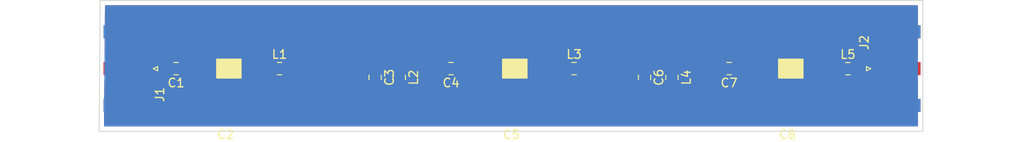
<source format=kicad_pcb>
(kicad_pcb (version 20171130) (host pcbnew "(6.0.0-rc1-dev-305-gf0b8b21)")

  (general
    (thickness 1.6)
    (drawings 4)
    (tracks 29)
    (zones 0)
    (modules 15)
    (nets 12)
  )

  (page A4)
  (layers
    (0 F.Cu signal)
    (31 B.Cu signal)
    (32 B.Adhes user)
    (33 F.Adhes user)
    (34 B.Paste user)
    (35 F.Paste user)
    (36 B.SilkS user)
    (37 F.SilkS user)
    (38 B.Mask user)
    (39 F.Mask user)
    (40 Dwgs.User user)
    (41 Cmts.User user)
    (42 Eco1.User user)
    (43 Eco2.User user)
    (44 Edge.Cuts user)
    (45 Margin user)
    (46 B.CrtYd user)
    (47 F.CrtYd user)
    (48 B.Fab user)
    (49 F.Fab user)
  )

  (setup
    (last_trace_width 0.25)
    (trace_clearance 0.2)
    (zone_clearance 0.508)
    (zone_45_only no)
    (trace_min 0.2)
    (via_size 0.8)
    (via_drill 0.4)
    (via_min_size 0.4)
    (via_min_drill 0.3)
    (uvia_size 0.3)
    (uvia_drill 0.1)
    (uvias_allowed no)
    (uvia_min_size 0.2)
    (uvia_min_drill 0.1)
    (edge_width 0.1)
    (segment_width 0.2)
    (pcb_text_width 0.3)
    (pcb_text_size 1.5 1.5)
    (mod_edge_width 0.15)
    (mod_text_size 1 1)
    (mod_text_width 0.15)
    (pad_size 1.651 1.651)
    (pad_drill 0)
    (pad_to_mask_clearance 0)
    (aux_axis_origin 0 0)
    (visible_elements FFFFFF7F)
    (pcbplotparams
      (layerselection 0x01000_7fffffff)
      (usegerberextensions false)
      (usegerberattributes false)
      (usegerberadvancedattributes false)
      (creategerberjobfile false)
      (excludeedgelayer true)
      (linewidth 0.100000)
      (plotframeref false)
      (viasonmask false)
      (mode 1)
      (useauxorigin false)
      (hpglpennumber 1)
      (hpglpenspeed 20)
      (hpglpendiameter 15.000000)
      (psnegative false)
      (psa4output false)
      (plotreference true)
      (plotvalue true)
      (plotinvisibletext false)
      (padsonsilk false)
      (subtractmaskfromsilk false)
      (outputformat 1)
      (mirror false)
      (drillshape 0)
      (scaleselection 1)
      (outputdirectory "../../../../../../../../../Volumes/REDUSB/Conner Hannon/29.4 MHz Bandpass Filter/5th Order Chev./"))
  )

  (net 0 "")
  (net 1 "Net-(C1-Pad1)")
  (net 2 "Net-(C1-Pad2)")
  (net 3 "Net-(C2-Pad2)")
  (net 4 "Net-(C3-Pad1)")
  (net 5 GND)
  (net 6 "Net-(C4-Pad1)")
  (net 7 "Net-(C5-Pad2)")
  (net 8 "Net-(C6-Pad1)")
  (net 9 "Net-(C7-Pad1)")
  (net 10 "Net-(C8-Pad2)")
  (net 11 "Net-(J2-Pad1)")

  (net_class Default "This is the default net class."
    (clearance 0.2)
    (trace_width 0.25)
    (via_dia 0.8)
    (via_drill 0.4)
    (uvia_dia 0.3)
    (uvia_drill 0.1)
    (add_net GND)
    (add_net "Net-(C1-Pad1)")
    (add_net "Net-(C1-Pad2)")
    (add_net "Net-(C2-Pad2)")
    (add_net "Net-(C3-Pad1)")
    (add_net "Net-(C4-Pad1)")
    (add_net "Net-(C5-Pad2)")
    (add_net "Net-(C6-Pad1)")
    (add_net "Net-(C7-Pad1)")
    (add_net "Net-(C8-Pad2)")
    (add_net "Net-(J2-Pad1)")
  )

  (module Capacitor_SMD:C_0805_2012Metric_Pad1.15x1.40mm_HandSolder (layer F.Cu) (tedit 5B36C52B) (tstamp 5E1F5441)
    (at 113.792 62.23 180)
    (descr "Capacitor SMD 0805 (2012 Metric), square (rectangular) end terminal, IPC_7351 nominal with elongated pad for handsoldering. (Body size source: https://docs.google.com/spreadsheets/d/1BsfQQcO9C6DZCsRaXUlFlo91Tg2WpOkGARC1WS5S8t0/edit?usp=sharing), generated with kicad-footprint-generator")
    (tags "capacitor handsolder")
    (path /5E1F47C9)
    (attr smd)
    (fp_text reference C1 (at 0 -1.65 180) (layer F.SilkS)
      (effects (font (size 1 1) (thickness 0.15)))
    )
    (fp_text value 3.6pF (at 0 1.65 180) (layer F.Fab)
      (effects (font (size 1 1) (thickness 0.15)))
    )
    (fp_line (start -1 0.6) (end -1 -0.6) (layer F.Fab) (width 0.1))
    (fp_line (start -1 -0.6) (end 1 -0.6) (layer F.Fab) (width 0.1))
    (fp_line (start 1 -0.6) (end 1 0.6) (layer F.Fab) (width 0.1))
    (fp_line (start 1 0.6) (end -1 0.6) (layer F.Fab) (width 0.1))
    (fp_line (start -0.261252 -0.71) (end 0.261252 -0.71) (layer F.SilkS) (width 0.12))
    (fp_line (start -0.261252 0.71) (end 0.261252 0.71) (layer F.SilkS) (width 0.12))
    (fp_line (start -1.85 0.95) (end -1.85 -0.95) (layer F.CrtYd) (width 0.05))
    (fp_line (start -1.85 -0.95) (end 1.85 -0.95) (layer F.CrtYd) (width 0.05))
    (fp_line (start 1.85 -0.95) (end 1.85 0.95) (layer F.CrtYd) (width 0.05))
    (fp_line (start 1.85 0.95) (end -1.85 0.95) (layer F.CrtYd) (width 0.05))
    (fp_text user %R (at 0 0 180) (layer F.Fab)
      (effects (font (size 0.5 0.5) (thickness 0.08)))
    )
    (pad 1 smd roundrect (at -1.025 0 180) (size 1.15 1.4) (layers F.Cu F.Paste F.Mask) (roundrect_rratio 0.217391)
      (net 1 "Net-(C1-Pad1)"))
    (pad 2 smd roundrect (at 1.025 0 180) (size 1.15 1.4) (layers F.Cu F.Paste F.Mask) (roundrect_rratio 0.217391)
      (net 2 "Net-(C1-Pad2)"))
    (model ${KISYS3DMOD}/Capacitor_SMD.3dshapes/C_0805_2012Metric.wrl
      (at (xyz 0 0 0))
      (scale (xyz 1 1 1))
      (rotate (xyz 0 0 0))
    )
  )

  (module "Connector_PinHeader_2.54mm:Variable Capacitor" (layer F.Cu) (tedit 5E1FEEC5) (tstamp 5E1F5448)
    (at 119.507 62.23)
    (path /5E1F4DB7)
    (fp_text reference C2 (at 0 7.62) (layer F.SilkS)
      (effects (font (size 1 1) (thickness 0.15)))
    )
    (fp_text value C_Variable (at 0 5.08) (layer F.Fab)
      (effects (font (size 1 1) (thickness 0.15)))
    )
    (fp_poly (pts (xy -1.016 -1.0795) (xy -1.016 1.0795) (xy 1.778 1.0795) (xy 1.778 -1.0795)) (layer F.SilkS) (width 0.15))
    (pad 1 smd rect (at -2.032 0) (size 1.651 1.651) (layers F.Cu F.Paste F.Mask)
      (net 1 "Net-(C1-Pad1)"))
    (pad 2 smd rect (at 2.794 0) (size 1.651 1.651) (layers F.Cu F.Paste F.Mask)
      (net 3 "Net-(C2-Pad2)"))
  )

  (module Capacitor_SMD:C_0805_2012Metric_Pad1.15x1.40mm_HandSolder (layer F.Cu) (tedit 5B36C52B) (tstamp 5E1F5459)
    (at 136.779 63.246 270)
    (descr "Capacitor SMD 0805 (2012 Metric), square (rectangular) end terminal, IPC_7351 nominal with elongated pad for handsoldering. (Body size source: https://docs.google.com/spreadsheets/d/1BsfQQcO9C6DZCsRaXUlFlo91Tg2WpOkGARC1WS5S8t0/edit?usp=sharing), generated with kicad-footprint-generator")
    (tags "capacitor handsolder")
    (path /5E1F4371)
    (attr smd)
    (fp_text reference C3 (at 0 -1.65 270) (layer F.SilkS)
      (effects (font (size 1 1) (thickness 0.15)))
    )
    (fp_text value 2.4pF (at 0 1.65 270) (layer F.Fab)
      (effects (font (size 1 1) (thickness 0.15)))
    )
    (fp_line (start -1 0.6) (end -1 -0.6) (layer F.Fab) (width 0.1))
    (fp_line (start -1 -0.6) (end 1 -0.6) (layer F.Fab) (width 0.1))
    (fp_line (start 1 -0.6) (end 1 0.6) (layer F.Fab) (width 0.1))
    (fp_line (start 1 0.6) (end -1 0.6) (layer F.Fab) (width 0.1))
    (fp_line (start -0.261252 -0.71) (end 0.261252 -0.71) (layer F.SilkS) (width 0.12))
    (fp_line (start -0.261252 0.71) (end 0.261252 0.71) (layer F.SilkS) (width 0.12))
    (fp_line (start -1.85 0.95) (end -1.85 -0.95) (layer F.CrtYd) (width 0.05))
    (fp_line (start -1.85 -0.95) (end 1.85 -0.95) (layer F.CrtYd) (width 0.05))
    (fp_line (start 1.85 -0.95) (end 1.85 0.95) (layer F.CrtYd) (width 0.05))
    (fp_line (start 1.85 0.95) (end -1.85 0.95) (layer F.CrtYd) (width 0.05))
    (fp_text user %R (at 0 0 270) (layer F.Fab)
      (effects (font (size 0.5 0.5) (thickness 0.08)))
    )
    (pad 1 smd roundrect (at -1.025 0 270) (size 1.15 1.4) (layers F.Cu F.Paste F.Mask) (roundrect_rratio 0.217391)
      (net 4 "Net-(C3-Pad1)"))
    (pad 2 smd roundrect (at 1.025 0 270) (size 1.15 1.4) (layers F.Cu F.Paste F.Mask) (roundrect_rratio 0.217391)
      (net 5 GND))
    (model ${KISYS3DMOD}/Capacitor_SMD.3dshapes/C_0805_2012Metric.wrl
      (at (xyz 0 0 0))
      (scale (xyz 1 1 1))
      (rotate (xyz 0 0 0))
    )
  )

  (module Capacitor_SMD:C_0805_2012Metric_Pad1.15x1.40mm_HandSolder (layer F.Cu) (tedit 5B36C52B) (tstamp 5E1F546A)
    (at 145.551 62.23 180)
    (descr "Capacitor SMD 0805 (2012 Metric), square (rectangular) end terminal, IPC_7351 nominal with elongated pad for handsoldering. (Body size source: https://docs.google.com/spreadsheets/d/1BsfQQcO9C6DZCsRaXUlFlo91Tg2WpOkGARC1WS5S8t0/edit?usp=sharing), generated with kicad-footprint-generator")
    (tags "capacitor handsolder")
    (path /5E1F485C)
    (attr smd)
    (fp_text reference C4 (at 0 -1.65 180) (layer F.SilkS)
      (effects (font (size 1 1) (thickness 0.15)))
    )
    (fp_text value 2.4pF (at 0 1.65 180) (layer F.Fab)
      (effects (font (size 1 1) (thickness 0.15)))
    )
    (fp_text user %R (at 0 0 180) (layer F.Fab)
      (effects (font (size 0.5 0.5) (thickness 0.08)))
    )
    (fp_line (start 1.85 0.95) (end -1.85 0.95) (layer F.CrtYd) (width 0.05))
    (fp_line (start 1.85 -0.95) (end 1.85 0.95) (layer F.CrtYd) (width 0.05))
    (fp_line (start -1.85 -0.95) (end 1.85 -0.95) (layer F.CrtYd) (width 0.05))
    (fp_line (start -1.85 0.95) (end -1.85 -0.95) (layer F.CrtYd) (width 0.05))
    (fp_line (start -0.261252 0.71) (end 0.261252 0.71) (layer F.SilkS) (width 0.12))
    (fp_line (start -0.261252 -0.71) (end 0.261252 -0.71) (layer F.SilkS) (width 0.12))
    (fp_line (start 1 0.6) (end -1 0.6) (layer F.Fab) (width 0.1))
    (fp_line (start 1 -0.6) (end 1 0.6) (layer F.Fab) (width 0.1))
    (fp_line (start -1 -0.6) (end 1 -0.6) (layer F.Fab) (width 0.1))
    (fp_line (start -1 0.6) (end -1 -0.6) (layer F.Fab) (width 0.1))
    (pad 2 smd roundrect (at 1.025 0 180) (size 1.15 1.4) (layers F.Cu F.Paste F.Mask) (roundrect_rratio 0.217391)
      (net 4 "Net-(C3-Pad1)"))
    (pad 1 smd roundrect (at -1.025 0 180) (size 1.15 1.4) (layers F.Cu F.Paste F.Mask) (roundrect_rratio 0.217391)
      (net 6 "Net-(C4-Pad1)"))
    (model ${KISYS3DMOD}/Capacitor_SMD.3dshapes/C_0805_2012Metric.wrl
      (at (xyz 0 0 0))
      (scale (xyz 1 1 1))
      (rotate (xyz 0 0 0))
    )
  )

  (module "Connector_PinHeader_2.54mm:Variable Capacitor" (layer F.Cu) (tedit 5E1FEEE0) (tstamp 5E1F5471)
    (at 152.527 62.23)
    (path /5E1F4E44)
    (fp_text reference C5 (at 0 7.62) (layer F.SilkS)
      (effects (font (size 1 1) (thickness 0.15)))
    )
    (fp_text value C_Variable (at 0 5.08) (layer F.Fab)
      (effects (font (size 1 1) (thickness 0.15)))
    )
    (fp_poly (pts (xy -1.016 -1.0795) (xy -1.016 1.0795) (xy 1.778 1.0795) (xy 1.778 -1.0795)) (layer F.SilkS) (width 0.15))
    (pad 2 smd rect (at 2.794 0) (size 1.651 1.651) (layers F.Cu F.Paste F.Mask)
      (net 7 "Net-(C5-Pad2)"))
    (pad 1 smd rect (at -2.032 0) (size 1.651 1.651) (layers F.Cu F.Paste F.Mask)
      (net 6 "Net-(C4-Pad1)"))
  )

  (module Capacitor_SMD:C_0805_2012Metric_Pad1.15x1.40mm_HandSolder (layer F.Cu) (tedit 5B36C52B) (tstamp 5E1F5482)
    (at 167.894 63.237 270)
    (descr "Capacitor SMD 0805 (2012 Metric), square (rectangular) end terminal, IPC_7351 nominal with elongated pad for handsoldering. (Body size source: https://docs.google.com/spreadsheets/d/1BsfQQcO9C6DZCsRaXUlFlo91Tg2WpOkGARC1WS5S8t0/edit?usp=sharing), generated with kicad-footprint-generator")
    (tags "capacitor handsolder")
    (path /5E1F4416)
    (attr smd)
    (fp_text reference C6 (at 0 -1.65 270) (layer F.SilkS)
      (effects (font (size 1 1) (thickness 0.15)))
    )
    (fp_text value 1.8nH (at 0 1.65 270) (layer F.Fab)
      (effects (font (size 1 1) (thickness 0.15)))
    )
    (fp_text user %R (at 0 0 270) (layer F.Fab)
      (effects (font (size 0.5 0.5) (thickness 0.08)))
    )
    (fp_line (start 1.85 0.95) (end -1.85 0.95) (layer F.CrtYd) (width 0.05))
    (fp_line (start 1.85 -0.95) (end 1.85 0.95) (layer F.CrtYd) (width 0.05))
    (fp_line (start -1.85 -0.95) (end 1.85 -0.95) (layer F.CrtYd) (width 0.05))
    (fp_line (start -1.85 0.95) (end -1.85 -0.95) (layer F.CrtYd) (width 0.05))
    (fp_line (start -0.261252 0.71) (end 0.261252 0.71) (layer F.SilkS) (width 0.12))
    (fp_line (start -0.261252 -0.71) (end 0.261252 -0.71) (layer F.SilkS) (width 0.12))
    (fp_line (start 1 0.6) (end -1 0.6) (layer F.Fab) (width 0.1))
    (fp_line (start 1 -0.6) (end 1 0.6) (layer F.Fab) (width 0.1))
    (fp_line (start -1 -0.6) (end 1 -0.6) (layer F.Fab) (width 0.1))
    (fp_line (start -1 0.6) (end -1 -0.6) (layer F.Fab) (width 0.1))
    (pad 2 smd roundrect (at 1.025 0 270) (size 1.15 1.4) (layers F.Cu F.Paste F.Mask) (roundrect_rratio 0.217391)
      (net 5 GND))
    (pad 1 smd roundrect (at -1.025 0 270) (size 1.15 1.4) (layers F.Cu F.Paste F.Mask) (roundrect_rratio 0.217391)
      (net 8 "Net-(C6-Pad1)"))
    (model ${KISYS3DMOD}/Capacitor_SMD.3dshapes/C_0805_2012Metric.wrl
      (at (xyz 0 0 0))
      (scale (xyz 1 1 1))
      (rotate (xyz 0 0 0))
    )
  )

  (module Capacitor_SMD:C_0805_2012Metric_Pad1.15x1.40mm_HandSolder (layer F.Cu) (tedit 5B36C52B) (tstamp 5E1F5493)
    (at 177.664 62.23 180)
    (descr "Capacitor SMD 0805 (2012 Metric), square (rectangular) end terminal, IPC_7351 nominal with elongated pad for handsoldering. (Body size source: https://docs.google.com/spreadsheets/d/1BsfQQcO9C6DZCsRaXUlFlo91Tg2WpOkGARC1WS5S8t0/edit?usp=sharing), generated with kicad-footprint-generator")
    (tags "capacitor handsolder")
    (path /5E1F48CA)
    (attr smd)
    (fp_text reference C7 (at 0 -1.65 180) (layer F.SilkS)
      (effects (font (size 1 1) (thickness 0.15)))
    )
    (fp_text value 3.6pF (at 0 1.65 180) (layer F.Fab)
      (effects (font (size 1 1) (thickness 0.15)))
    )
    (fp_line (start -1 0.6) (end -1 -0.6) (layer F.Fab) (width 0.1))
    (fp_line (start -1 -0.6) (end 1 -0.6) (layer F.Fab) (width 0.1))
    (fp_line (start 1 -0.6) (end 1 0.6) (layer F.Fab) (width 0.1))
    (fp_line (start 1 0.6) (end -1 0.6) (layer F.Fab) (width 0.1))
    (fp_line (start -0.261252 -0.71) (end 0.261252 -0.71) (layer F.SilkS) (width 0.12))
    (fp_line (start -0.261252 0.71) (end 0.261252 0.71) (layer F.SilkS) (width 0.12))
    (fp_line (start -1.85 0.95) (end -1.85 -0.95) (layer F.CrtYd) (width 0.05))
    (fp_line (start -1.85 -0.95) (end 1.85 -0.95) (layer F.CrtYd) (width 0.05))
    (fp_line (start 1.85 -0.95) (end 1.85 0.95) (layer F.CrtYd) (width 0.05))
    (fp_line (start 1.85 0.95) (end -1.85 0.95) (layer F.CrtYd) (width 0.05))
    (fp_text user %R (at 0 0 180) (layer F.Fab)
      (effects (font (size 0.5 0.5) (thickness 0.08)))
    )
    (pad 1 smd roundrect (at -1.025 0 180) (size 1.15 1.4) (layers F.Cu F.Paste F.Mask) (roundrect_rratio 0.217391)
      (net 9 "Net-(C7-Pad1)"))
    (pad 2 smd roundrect (at 1.025 0 180) (size 1.15 1.4) (layers F.Cu F.Paste F.Mask) (roundrect_rratio 0.217391)
      (net 8 "Net-(C6-Pad1)"))
    (model ${KISYS3DMOD}/Capacitor_SMD.3dshapes/C_0805_2012Metric.wrl
      (at (xyz 0 0 0))
      (scale (xyz 1 1 1))
      (rotate (xyz 0 0 0))
    )
  )

  (module "Connector_PinHeader_2.54mm:Variable Capacitor" (layer F.Cu) (tedit 5E1FEF0D) (tstamp 5E1F549A)
    (at 184.404 62.23)
    (path /5E1F4EB0)
    (fp_text reference C8 (at 0 7.62) (layer F.SilkS)
      (effects (font (size 1 1) (thickness 0.15)))
    )
    (fp_text value C_Variable (at 0 5.08) (layer F.Fab)
      (effects (font (size 1 1) (thickness 0.15)))
    )
    (fp_poly (pts (xy -1.016 -1.0795) (xy -1.016 1.0795) (xy 1.778 1.0795) (xy 1.778 -1.0795)) (layer F.SilkS) (width 0.15))
    (pad 1 smd rect (at -2.032 0) (size 1.651 1.651) (layers F.Cu F.Paste F.Mask)
      (net 9 "Net-(C7-Pad1)"))
    (pad 2 smd rect (at 2.794 0) (size 1.651 1.651) (layers F.Cu F.Paste F.Mask)
      (net 10 "Net-(C8-Pad2)"))
  )

  (module Connector_Coaxial:SMA_Amphenol_132289_EdgeMount (layer F.Cu) (tedit 5A1C1810) (tstamp 5E1F54BD)
    (at 107.95 62.23 180)
    (descr http://www.amphenolrf.com/132289.html)
    (tags SMA)
    (path /5E1F4A5C)
    (attr smd)
    (fp_text reference J1 (at -3.96 -3 270) (layer F.SilkS)
      (effects (font (size 1 1) (thickness 0.15)))
    )
    (fp_text value Conn_Coaxial (at 5 6 180) (layer F.Fab)
      (effects (font (size 1 1) (thickness 0.15)))
    )
    (fp_line (start -1.91 5.08) (end 4.445 5.08) (layer F.Fab) (width 0.1))
    (fp_line (start -1.91 3.81) (end -1.91 5.08) (layer F.Fab) (width 0.1))
    (fp_line (start 2.54 3.81) (end -1.91 3.81) (layer F.Fab) (width 0.1))
    (fp_line (start 2.54 -3.81) (end 2.54 3.81) (layer F.Fab) (width 0.1))
    (fp_line (start -1.91 -3.81) (end 2.54 -3.81) (layer F.Fab) (width 0.1))
    (fp_line (start -1.91 -5.08) (end -1.91 -3.81) (layer F.Fab) (width 0.1))
    (fp_line (start -1.91 -5.08) (end 4.445 -5.08) (layer F.Fab) (width 0.1))
    (fp_line (start 4.445 -3.81) (end 4.445 -5.08) (layer F.Fab) (width 0.1))
    (fp_line (start 4.445 5.08) (end 4.445 3.81) (layer F.Fab) (width 0.1))
    (fp_line (start 13.97 3.81) (end 4.445 3.81) (layer F.Fab) (width 0.1))
    (fp_line (start 13.97 -3.81) (end 13.97 3.81) (layer F.Fab) (width 0.1))
    (fp_line (start 4.445 -3.81) (end 13.97 -3.81) (layer F.Fab) (width 0.1))
    (fp_line (start -3.04 5.58) (end -3.04 -5.58) (layer B.CrtYd) (width 0.05))
    (fp_line (start 14.47 5.58) (end -3.04 5.58) (layer B.CrtYd) (width 0.05))
    (fp_line (start 14.47 -5.58) (end 14.47 5.58) (layer B.CrtYd) (width 0.05))
    (fp_line (start 14.47 -5.58) (end -3.04 -5.58) (layer B.CrtYd) (width 0.05))
    (fp_line (start -3.04 5.58) (end -3.04 -5.58) (layer F.CrtYd) (width 0.05))
    (fp_line (start 14.47 5.58) (end -3.04 5.58) (layer F.CrtYd) (width 0.05))
    (fp_line (start 14.47 -5.58) (end 14.47 5.58) (layer F.CrtYd) (width 0.05))
    (fp_line (start 14.47 -5.58) (end -3.04 -5.58) (layer F.CrtYd) (width 0.05))
    (fp_text user %R (at 4.79 0 90) (layer F.Fab)
      (effects (font (size 1 1) (thickness 0.15)))
    )
    (fp_line (start 2.54 -0.75) (end 3.54 0) (layer F.Fab) (width 0.1))
    (fp_line (start 3.54 0) (end 2.54 0.75) (layer F.Fab) (width 0.1))
    (fp_line (start -3.21 0) (end -3.71 -0.25) (layer F.SilkS) (width 0.12))
    (fp_line (start -3.71 -0.25) (end -3.71 0.25) (layer F.SilkS) (width 0.12))
    (fp_line (start -3.71 0.25) (end -3.21 0) (layer F.SilkS) (width 0.12))
    (pad 1 smd rect (at 0 0 270) (size 1.5 5.08) (layers F.Cu F.Paste F.Mask)
      (net 2 "Net-(C1-Pad2)"))
    (pad 2 smd rect (at 0 -4.25 270) (size 1.5 5.08) (layers F.Cu F.Paste F.Mask)
      (net 5 GND))
    (pad 2 smd rect (at 0 4.25 270) (size 1.5 5.08) (layers F.Cu F.Paste F.Mask)
      (net 5 GND))
    (pad 2 smd rect (at 0 -4.25 270) (size 1.5 5.08) (layers B.Cu B.Paste B.Mask)
      (net 5 GND))
    (pad 2 smd rect (at 0 4.25 270) (size 1.5 5.08) (layers B.Cu B.Paste B.Mask)
      (net 5 GND))
    (model ${KISYS3DMOD}/Connector_Coaxial.3dshapes/SMA_Amphenol_132289_EdgeMount.wrl
      (at (xyz 0 0 0))
      (scale (xyz 1 1 1))
      (rotate (xyz 0 0 0))
    )
  )

  (module Connector_Coaxial:SMA_Amphenol_132289_EdgeMount (layer F.Cu) (tedit 5A1C1810) (tstamp 5E1F54E0)
    (at 197.231 62.23)
    (descr http://www.amphenolrf.com/132289.html)
    (tags SMA)
    (path /5E1F495A)
    (attr smd)
    (fp_text reference J2 (at -3.96 -3 90) (layer F.SilkS)
      (effects (font (size 1 1) (thickness 0.15)))
    )
    (fp_text value Conn_Coaxial (at 5 6) (layer F.Fab)
      (effects (font (size 1 1) (thickness 0.15)))
    )
    (fp_line (start -3.71 0.25) (end -3.21 0) (layer F.SilkS) (width 0.12))
    (fp_line (start -3.71 -0.25) (end -3.71 0.25) (layer F.SilkS) (width 0.12))
    (fp_line (start -3.21 0) (end -3.71 -0.25) (layer F.SilkS) (width 0.12))
    (fp_line (start 3.54 0) (end 2.54 0.75) (layer F.Fab) (width 0.1))
    (fp_line (start 2.54 -0.75) (end 3.54 0) (layer F.Fab) (width 0.1))
    (fp_text user %R (at 4.79 0 270) (layer F.Fab)
      (effects (font (size 1 1) (thickness 0.15)))
    )
    (fp_line (start 14.47 -5.58) (end -3.04 -5.58) (layer F.CrtYd) (width 0.05))
    (fp_line (start 14.47 -5.58) (end 14.47 5.58) (layer F.CrtYd) (width 0.05))
    (fp_line (start 14.47 5.58) (end -3.04 5.58) (layer F.CrtYd) (width 0.05))
    (fp_line (start -3.04 5.58) (end -3.04 -5.58) (layer F.CrtYd) (width 0.05))
    (fp_line (start 14.47 -5.58) (end -3.04 -5.58) (layer B.CrtYd) (width 0.05))
    (fp_line (start 14.47 -5.58) (end 14.47 5.58) (layer B.CrtYd) (width 0.05))
    (fp_line (start 14.47 5.58) (end -3.04 5.58) (layer B.CrtYd) (width 0.05))
    (fp_line (start -3.04 5.58) (end -3.04 -5.58) (layer B.CrtYd) (width 0.05))
    (fp_line (start 4.445 -3.81) (end 13.97 -3.81) (layer F.Fab) (width 0.1))
    (fp_line (start 13.97 -3.81) (end 13.97 3.81) (layer F.Fab) (width 0.1))
    (fp_line (start 13.97 3.81) (end 4.445 3.81) (layer F.Fab) (width 0.1))
    (fp_line (start 4.445 5.08) (end 4.445 3.81) (layer F.Fab) (width 0.1))
    (fp_line (start 4.445 -3.81) (end 4.445 -5.08) (layer F.Fab) (width 0.1))
    (fp_line (start -1.91 -5.08) (end 4.445 -5.08) (layer F.Fab) (width 0.1))
    (fp_line (start -1.91 -5.08) (end -1.91 -3.81) (layer F.Fab) (width 0.1))
    (fp_line (start -1.91 -3.81) (end 2.54 -3.81) (layer F.Fab) (width 0.1))
    (fp_line (start 2.54 -3.81) (end 2.54 3.81) (layer F.Fab) (width 0.1))
    (fp_line (start 2.54 3.81) (end -1.91 3.81) (layer F.Fab) (width 0.1))
    (fp_line (start -1.91 3.81) (end -1.91 5.08) (layer F.Fab) (width 0.1))
    (fp_line (start -1.91 5.08) (end 4.445 5.08) (layer F.Fab) (width 0.1))
    (pad 2 smd rect (at 0 4.25 90) (size 1.5 5.08) (layers B.Cu B.Paste B.Mask)
      (net 5 GND))
    (pad 2 smd rect (at 0 -4.25 90) (size 1.5 5.08) (layers B.Cu B.Paste B.Mask)
      (net 5 GND))
    (pad 2 smd rect (at 0 4.25 90) (size 1.5 5.08) (layers F.Cu F.Paste F.Mask)
      (net 5 GND))
    (pad 2 smd rect (at 0 -4.25 90) (size 1.5 5.08) (layers F.Cu F.Paste F.Mask)
      (net 5 GND))
    (pad 1 smd rect (at 0 0 90) (size 1.5 5.08) (layers F.Cu F.Paste F.Mask)
      (net 11 "Net-(J2-Pad1)"))
    (model ${KISYS3DMOD}/Connector_Coaxial.3dshapes/SMA_Amphenol_132289_EdgeMount.wrl
      (at (xyz 0 0 0))
      (scale (xyz 1 1 1))
      (rotate (xyz 0 0 0))
    )
  )

  (module Inductor_SMD:L_0805_2012Metric_Pad1.15x1.40mm_HandSolder (layer F.Cu) (tedit 5B36C52B) (tstamp 5E1F54F1)
    (at 125.739 62.23)
    (descr "Capacitor SMD 0805 (2012 Metric), square (rectangular) end terminal, IPC_7351 nominal with elongated pad for handsoldering. (Body size source: https://docs.google.com/spreadsheets/d/1BsfQQcO9C6DZCsRaXUlFlo91Tg2WpOkGARC1WS5S8t0/edit?usp=sharing), generated with kicad-footprint-generator")
    (tags "inductor handsolder")
    (path /5E1F4504)
    (attr smd)
    (fp_text reference L1 (at 0 -1.65) (layer F.SilkS)
      (effects (font (size 1 1) (thickness 0.15)))
    )
    (fp_text value 8.2uH (at 0 1.65) (layer F.Fab)
      (effects (font (size 1 1) (thickness 0.15)))
    )
    (fp_line (start -1 0.6) (end -1 -0.6) (layer F.Fab) (width 0.1))
    (fp_line (start -1 -0.6) (end 1 -0.6) (layer F.Fab) (width 0.1))
    (fp_line (start 1 -0.6) (end 1 0.6) (layer F.Fab) (width 0.1))
    (fp_line (start 1 0.6) (end -1 0.6) (layer F.Fab) (width 0.1))
    (fp_line (start -0.261252 -0.71) (end 0.261252 -0.71) (layer F.SilkS) (width 0.12))
    (fp_line (start -0.261252 0.71) (end 0.261252 0.71) (layer F.SilkS) (width 0.12))
    (fp_line (start -1.85 0.95) (end -1.85 -0.95) (layer F.CrtYd) (width 0.05))
    (fp_line (start -1.85 -0.95) (end 1.85 -0.95) (layer F.CrtYd) (width 0.05))
    (fp_line (start 1.85 -0.95) (end 1.85 0.95) (layer F.CrtYd) (width 0.05))
    (fp_line (start 1.85 0.95) (end -1.85 0.95) (layer F.CrtYd) (width 0.05))
    (fp_text user %R (at 0 0) (layer F.Fab)
      (effects (font (size 0.5 0.5) (thickness 0.08)))
    )
    (pad 1 smd roundrect (at -1.025 0) (size 1.15 1.4) (layers F.Cu F.Paste F.Mask) (roundrect_rratio 0.217391)
      (net 3 "Net-(C2-Pad2)"))
    (pad 2 smd roundrect (at 1.025 0) (size 1.15 1.4) (layers F.Cu F.Paste F.Mask) (roundrect_rratio 0.217391)
      (net 4 "Net-(C3-Pad1)"))
    (model ${KISYS3DMOD}/Inductor_SMD.3dshapes/L_0805_2012Metric.wrl
      (at (xyz 0 0 0))
      (scale (xyz 1 1 1))
      (rotate (xyz 0 0 0))
    )
  )

  (module Inductor_SMD:L_0805_2012Metric_Pad1.15x1.40mm_HandSolder (layer F.Cu) (tedit 5B36C52B) (tstamp 5E1F5502)
    (at 139.573 63.255 270)
    (descr "Capacitor SMD 0805 (2012 Metric), square (rectangular) end terminal, IPC_7351 nominal with elongated pad for handsoldering. (Body size source: https://docs.google.com/spreadsheets/d/1BsfQQcO9C6DZCsRaXUlFlo91Tg2WpOkGARC1WS5S8t0/edit?usp=sharing), generated with kicad-footprint-generator")
    (tags "inductor handsolder")
    (path /5E1F458C)
    (attr smd)
    (fp_text reference L2 (at 0 -1.65 270) (layer F.SilkS)
      (effects (font (size 1 1) (thickness 0.15)))
    )
    (fp_text value 16uH (at 0 1.65 270) (layer F.Fab)
      (effects (font (size 1 1) (thickness 0.15)))
    )
    (fp_text user %R (at 0 0 270) (layer F.Fab)
      (effects (font (size 0.5 0.5) (thickness 0.08)))
    )
    (fp_line (start 1.85 0.95) (end -1.85 0.95) (layer F.CrtYd) (width 0.05))
    (fp_line (start 1.85 -0.95) (end 1.85 0.95) (layer F.CrtYd) (width 0.05))
    (fp_line (start -1.85 -0.95) (end 1.85 -0.95) (layer F.CrtYd) (width 0.05))
    (fp_line (start -1.85 0.95) (end -1.85 -0.95) (layer F.CrtYd) (width 0.05))
    (fp_line (start -0.261252 0.71) (end 0.261252 0.71) (layer F.SilkS) (width 0.12))
    (fp_line (start -0.261252 -0.71) (end 0.261252 -0.71) (layer F.SilkS) (width 0.12))
    (fp_line (start 1 0.6) (end -1 0.6) (layer F.Fab) (width 0.1))
    (fp_line (start 1 -0.6) (end 1 0.6) (layer F.Fab) (width 0.1))
    (fp_line (start -1 -0.6) (end 1 -0.6) (layer F.Fab) (width 0.1))
    (fp_line (start -1 0.6) (end -1 -0.6) (layer F.Fab) (width 0.1))
    (pad 2 smd roundrect (at 1.025 0 270) (size 1.15 1.4) (layers F.Cu F.Paste F.Mask) (roundrect_rratio 0.217391)
      (net 5 GND))
    (pad 1 smd roundrect (at -1.025 0 270) (size 1.15 1.4) (layers F.Cu F.Paste F.Mask) (roundrect_rratio 0.217391)
      (net 4 "Net-(C3-Pad1)"))
    (model ${KISYS3DMOD}/Inductor_SMD.3dshapes/L_0805_2012Metric.wrl
      (at (xyz 0 0 0))
      (scale (xyz 1 1 1))
      (rotate (xyz 0 0 0))
    )
  )

  (module Inductor_SMD:L_0805_2012Metric_Pad1.15x1.40mm_HandSolder (layer F.Cu) (tedit 5B36C52B) (tstamp 5E1F5513)
    (at 159.757 62.23)
    (descr "Capacitor SMD 0805 (2012 Metric), square (rectangular) end terminal, IPC_7351 nominal with elongated pad for handsoldering. (Body size source: https://docs.google.com/spreadsheets/d/1BsfQQcO9C6DZCsRaXUlFlo91Tg2WpOkGARC1WS5S8t0/edit?usp=sharing), generated with kicad-footprint-generator")
    (tags "inductor handsolder")
    (path /5E1F45E0)
    (attr smd)
    (fp_text reference L3 (at 0 -1.65) (layer F.SilkS)
      (effects (font (size 1 1) (thickness 0.15)))
    )
    (fp_text value 12uH (at 0 1.65) (layer F.Fab)
      (effects (font (size 1 1) (thickness 0.15)))
    )
    (fp_line (start -1 0.6) (end -1 -0.6) (layer F.Fab) (width 0.1))
    (fp_line (start -1 -0.6) (end 1 -0.6) (layer F.Fab) (width 0.1))
    (fp_line (start 1 -0.6) (end 1 0.6) (layer F.Fab) (width 0.1))
    (fp_line (start 1 0.6) (end -1 0.6) (layer F.Fab) (width 0.1))
    (fp_line (start -0.261252 -0.71) (end 0.261252 -0.71) (layer F.SilkS) (width 0.12))
    (fp_line (start -0.261252 0.71) (end 0.261252 0.71) (layer F.SilkS) (width 0.12))
    (fp_line (start -1.85 0.95) (end -1.85 -0.95) (layer F.CrtYd) (width 0.05))
    (fp_line (start -1.85 -0.95) (end 1.85 -0.95) (layer F.CrtYd) (width 0.05))
    (fp_line (start 1.85 -0.95) (end 1.85 0.95) (layer F.CrtYd) (width 0.05))
    (fp_line (start 1.85 0.95) (end -1.85 0.95) (layer F.CrtYd) (width 0.05))
    (fp_text user %R (at 0 0) (layer F.Fab)
      (effects (font (size 0.5 0.5) (thickness 0.08)))
    )
    (pad 1 smd roundrect (at -1.025 0) (size 1.15 1.4) (layers F.Cu F.Paste F.Mask) (roundrect_rratio 0.217391)
      (net 7 "Net-(C5-Pad2)"))
    (pad 2 smd roundrect (at 1.025 0) (size 1.15 1.4) (layers F.Cu F.Paste F.Mask) (roundrect_rratio 0.217391)
      (net 8 "Net-(C6-Pad1)"))
    (model ${KISYS3DMOD}/Inductor_SMD.3dshapes/L_0805_2012Metric.wrl
      (at (xyz 0 0 0))
      (scale (xyz 1 1 1))
      (rotate (xyz 0 0 0))
    )
  )

  (module Inductor_SMD:L_0805_2012Metric_Pad1.15x1.40mm_HandSolder (layer F.Cu) (tedit 5B36C52B) (tstamp 5E1F5524)
    (at 171.06 63.246 270)
    (descr "Capacitor SMD 0805 (2012 Metric), square (rectangular) end terminal, IPC_7351 nominal with elongated pad for handsoldering. (Body size source: https://docs.google.com/spreadsheets/d/1BsfQQcO9C6DZCsRaXUlFlo91Tg2WpOkGARC1WS5S8t0/edit?usp=sharing), generated with kicad-footprint-generator")
    (tags "inductor handsolder")
    (path /5E1F4651)
    (attr smd)
    (fp_text reference L4 (at 0 -1.65 270) (layer F.SilkS)
      (effects (font (size 1 1) (thickness 0.15)))
    )
    (fp_text value 16nH (at 0 1.65 270) (layer F.Fab)
      (effects (font (size 1 1) (thickness 0.15)))
    )
    (fp_text user %R (at 0 0 270) (layer F.Fab)
      (effects (font (size 0.5 0.5) (thickness 0.08)))
    )
    (fp_line (start 1.85 0.95) (end -1.85 0.95) (layer F.CrtYd) (width 0.05))
    (fp_line (start 1.85 -0.95) (end 1.85 0.95) (layer F.CrtYd) (width 0.05))
    (fp_line (start -1.85 -0.95) (end 1.85 -0.95) (layer F.CrtYd) (width 0.05))
    (fp_line (start -1.85 0.95) (end -1.85 -0.95) (layer F.CrtYd) (width 0.05))
    (fp_line (start -0.261252 0.71) (end 0.261252 0.71) (layer F.SilkS) (width 0.12))
    (fp_line (start -0.261252 -0.71) (end 0.261252 -0.71) (layer F.SilkS) (width 0.12))
    (fp_line (start 1 0.6) (end -1 0.6) (layer F.Fab) (width 0.1))
    (fp_line (start 1 -0.6) (end 1 0.6) (layer F.Fab) (width 0.1))
    (fp_line (start -1 -0.6) (end 1 -0.6) (layer F.Fab) (width 0.1))
    (fp_line (start -1 0.6) (end -1 -0.6) (layer F.Fab) (width 0.1))
    (pad 2 smd roundrect (at 1.025 0 270) (size 1.15 1.4) (layers F.Cu F.Paste F.Mask) (roundrect_rratio 0.217391)
      (net 5 GND))
    (pad 1 smd roundrect (at -1.025 0 270) (size 1.15 1.4) (layers F.Cu F.Paste F.Mask) (roundrect_rratio 0.217391)
      (net 8 "Net-(C6-Pad1)"))
    (model ${KISYS3DMOD}/Inductor_SMD.3dshapes/L_0805_2012Metric.wrl
      (at (xyz 0 0 0))
      (scale (xyz 1 1 1))
      (rotate (xyz 0 0 0))
    )
  )

  (module Inductor_SMD:L_0805_2012Metric_Pad1.15x1.40mm_HandSolder (layer F.Cu) (tedit 5B36C52B) (tstamp 5E1F5535)
    (at 191.38 62.239)
    (descr "Capacitor SMD 0805 (2012 Metric), square (rectangular) end terminal, IPC_7351 nominal with elongated pad for handsoldering. (Body size source: https://docs.google.com/spreadsheets/d/1BsfQQcO9C6DZCsRaXUlFlo91Tg2WpOkGARC1WS5S8t0/edit?usp=sharing), generated with kicad-footprint-generator")
    (tags "inductor handsolder")
    (path /5E1F46BB)
    (attr smd)
    (fp_text reference L5 (at 0 -1.65) (layer F.SilkS)
      (effects (font (size 1 1) (thickness 0.15)))
    )
    (fp_text value 8.2uH (at 0 1.65) (layer F.Fab)
      (effects (font (size 1 1) (thickness 0.15)))
    )
    (fp_line (start -1 0.6) (end -1 -0.6) (layer F.Fab) (width 0.1))
    (fp_line (start -1 -0.6) (end 1 -0.6) (layer F.Fab) (width 0.1))
    (fp_line (start 1 -0.6) (end 1 0.6) (layer F.Fab) (width 0.1))
    (fp_line (start 1 0.6) (end -1 0.6) (layer F.Fab) (width 0.1))
    (fp_line (start -0.261252 -0.71) (end 0.261252 -0.71) (layer F.SilkS) (width 0.12))
    (fp_line (start -0.261252 0.71) (end 0.261252 0.71) (layer F.SilkS) (width 0.12))
    (fp_line (start -1.85 0.95) (end -1.85 -0.95) (layer F.CrtYd) (width 0.05))
    (fp_line (start -1.85 -0.95) (end 1.85 -0.95) (layer F.CrtYd) (width 0.05))
    (fp_line (start 1.85 -0.95) (end 1.85 0.95) (layer F.CrtYd) (width 0.05))
    (fp_line (start 1.85 0.95) (end -1.85 0.95) (layer F.CrtYd) (width 0.05))
    (fp_text user %R (at 0 0) (layer F.Fab)
      (effects (font (size 0.5 0.5) (thickness 0.08)))
    )
    (pad 1 smd roundrect (at -1.025 0) (size 1.15 1.4) (layers F.Cu F.Paste F.Mask) (roundrect_rratio 0.217391)
      (net 10 "Net-(C8-Pad2)"))
    (pad 2 smd roundrect (at 1.025 0) (size 1.15 1.4) (layers F.Cu F.Paste F.Mask) (roundrect_rratio 0.217391)
      (net 11 "Net-(J2-Pad1)"))
    (model ${KISYS3DMOD}/Inductor_SMD.3dshapes/L_0805_2012Metric.wrl
      (at (xyz 0 0 0))
      (scale (xyz 1 1 1))
      (rotate (xyz 0 0 0))
    )
  )

  (gr_line (start 200.025 54.356) (end 105.029 54.356) (layer Edge.Cuts) (width 0.1))
  (gr_line (start 200.025 69.469) (end 200.025 54.356) (layer Edge.Cuts) (width 0.1))
  (gr_line (start 104.902 69.469) (end 200.025 69.469) (layer Edge.Cuts) (width 0.1))
  (gr_line (start 105.029 54.356) (end 104.902 69.469) (layer Edge.Cuts) (width 0.1))

  (segment (start 114.817 62.23) (end 117.475 62.23) (width 0.25) (layer F.Cu) (net 1))
  (segment (start 110.486 62.23) (end 112.767 62.23) (width 0.25) (layer F.Cu) (net 2))
  (segment (start 107.696 62.23) (end 110.486 62.23) (width 0.25) (layer F.Cu) (net 2))
  (segment (start 122.301 62.23) (end 124.714 62.23) (width 0.25) (layer F.Cu) (net 3))
  (segment (start 136.77 62.23) (end 136.779 62.221) (width 0.25) (layer F.Cu) (net 4))
  (segment (start 126.764 62.23) (end 136.77 62.23) (width 0.25) (layer F.Cu) (net 4))
  (segment (start 139.573 62.23) (end 145.923 62.23) (width 0.25) (layer F.Cu) (net 4))
  (segment (start 139.564 62.221) (end 139.573 62.23) (width 0.25) (layer F.Cu) (net 4))
  (segment (start 136.779 62.221) (end 139.564 62.221) (width 0.25) (layer F.Cu) (net 4))
  (segment (start 148.648 62.23) (end 150.495 62.23) (width 0.25) (layer F.Cu) (net 6))
  (segment (start 147.973 62.23) (end 148.648 62.23) (width 0.25) (layer F.Cu) (net 6))
  (segment (start 147.251 62.23) (end 150.495 62.23) (width 0.25) (layer F.Cu) (net 6))
  (segment (start 146.576 62.23) (end 147.251 62.23) (width 0.25) (layer F.Cu) (net 6))
  (segment (start 158.732 62.23) (end 158.057 62.23) (width 0.25) (layer F.Cu) (net 7))
  (segment (start 158.057 62.23) (end 157.353 62.23) (width 0.25) (layer F.Cu) (net 7))
  (segment (start 157.353 62.23) (end 157.97 62.23) (width 0.25) (layer F.Cu) (net 7))
  (segment (start 155.321 62.23) (end 157.353 62.23) (width 0.25) (layer F.Cu) (net 7))
  (segment (start 167.876 62.23) (end 167.894 62.212) (width 0.25) (layer F.Cu) (net 8))
  (segment (start 160.02 62.23) (end 167.876 62.23) (width 0.25) (layer F.Cu) (net 8))
  (segment (start 177.392 62.221) (end 177.401 62.23) (width 0.25) (layer F.Cu) (net 8))
  (segment (start 171.06 62.221) (end 177.392 62.221) (width 0.25) (layer F.Cu) (net 8))
  (segment (start 171.051 62.212) (end 171.06 62.221) (width 0.25) (layer F.Cu) (net 8))
  (segment (start 167.894 62.212) (end 171.051 62.212) (width 0.25) (layer F.Cu) (net 8))
  (segment (start 178.689 62.23) (end 179.364 62.23) (width 0.25) (layer F.Cu) (net 9))
  (segment (start 182.372 62.23) (end 178.689 62.23) (width 0.25) (layer F.Cu) (net 9))
  (segment (start 189.974 62.23) (end 189.983 62.239) (width 0.25) (layer F.Cu) (net 10))
  (segment (start 187.198 62.23) (end 189.974 62.23) (width 0.25) (layer F.Cu) (net 10))
  (segment (start 197.476 62.239) (end 197.485 62.23) (width 0.25) (layer F.Cu) (net 11))
  (segment (start 192.033 62.239) (end 197.476 62.239) (width 0.25) (layer F.Cu) (net 11))

  (zone (net 5) (net_name GND) (layer B.Cu) (tstamp 5E218570) (hatch edge 0.508)
    (connect_pads yes (clearance 0.508))
    (min_thickness 0.254)
    (fill yes (arc_segments 16) (thermal_gap 0.508) (thermal_bridge_width 0.508))
    (polygon
      (pts
        (xy 105.029 54.356) (xy 105.029 69.469) (xy 200.025 69.469) (xy 200.025 54.356)
      )
    )
    (filled_polygon
      (pts
        (xy 199.34 68.784) (xy 105.59278 68.784) (xy 105.708267 55.041) (xy 199.340001 55.041)
      )
    )
  )
  (zone (net 5) (net_name GND) (layer F.Cu) (tstamp 5E21856D) (hatch edge 0.508)
    (connect_pads yes (clearance 0.508))
    (min_thickness 0.254)
    (fill yes (arc_segments 16) (thermal_gap 0.508) (thermal_bridge_width 0.508))
    (polygon
      (pts
        (xy 105.029 54.356) (xy 105.029 69.469) (xy 200.025 69.469) (xy 200.025 54.356)
      )
    )
    (filled_polygon
      (pts
        (xy 199.340001 60.83256) (xy 194.691 60.83256) (xy 194.443235 60.881843) (xy 194.233191 61.022191) (xy 194.092843 61.232235)
        (xy 194.043759 61.479) (xy 193.565778 61.479) (xy 193.559127 61.445564) (xy 193.364586 61.154414) (xy 193.073436 60.959873)
        (xy 192.730001 60.89156) (xy 192.079999 60.89156) (xy 191.736564 60.959873) (xy 191.445414 61.154414) (xy 191.38 61.252313)
        (xy 191.314586 61.154414) (xy 191.023436 60.959873) (xy 190.680001 60.89156) (xy 190.029999 60.89156) (xy 189.686564 60.959873)
        (xy 189.395414 61.154414) (xy 189.200873 61.445564) (xy 189.196012 61.47) (xy 188.67094 61.47) (xy 188.67094 61.4045)
        (xy 188.621657 61.156735) (xy 188.481309 60.946691) (xy 188.271265 60.806343) (xy 188.0235 60.75706) (xy 186.3725 60.75706)
        (xy 186.124735 60.806343) (xy 185.914691 60.946691) (xy 185.774343 61.156735) (xy 185.72506 61.4045) (xy 185.72506 63.0555)
        (xy 185.774343 63.303265) (xy 185.914691 63.513309) (xy 186.124735 63.653657) (xy 186.3725 63.70294) (xy 188.0235 63.70294)
        (xy 188.271265 63.653657) (xy 188.481309 63.513309) (xy 188.621657 63.303265) (xy 188.67094 63.0555) (xy 188.67094 62.99)
        (xy 189.192432 62.99) (xy 189.200873 63.032436) (xy 189.395414 63.323586) (xy 189.686564 63.518127) (xy 190.029999 63.58644)
        (xy 190.680001 63.58644) (xy 191.023436 63.518127) (xy 191.314586 63.323586) (xy 191.38 63.225687) (xy 191.445414 63.323586)
        (xy 191.736564 63.518127) (xy 192.079999 63.58644) (xy 192.730001 63.58644) (xy 193.073436 63.518127) (xy 193.364586 63.323586)
        (xy 193.559127 63.032436) (xy 193.565778 62.999) (xy 194.047339 62.999) (xy 194.092843 63.227765) (xy 194.233191 63.437809)
        (xy 194.443235 63.578157) (xy 194.691 63.62744) (xy 199.34 63.62744) (xy 199.34 68.784) (xy 105.59278 68.784)
        (xy 105.636112 63.62744) (xy 110.49 63.62744) (xy 110.737765 63.578157) (xy 110.947809 63.437809) (xy 111.088157 63.227765)
        (xy 111.135451 62.99) (xy 111.606222 62.99) (xy 111.612873 63.023436) (xy 111.807414 63.314586) (xy 112.098564 63.509127)
        (xy 112.441999 63.57744) (xy 113.092001 63.57744) (xy 113.435436 63.509127) (xy 113.726586 63.314586) (xy 113.792 63.216687)
        (xy 113.857414 63.314586) (xy 114.148564 63.509127) (xy 114.491999 63.57744) (xy 115.142001 63.57744) (xy 115.485436 63.509127)
        (xy 115.776586 63.314586) (xy 115.971127 63.023436) (xy 115.977778 62.99) (xy 116.00206 62.99) (xy 116.00206 63.0555)
        (xy 116.051343 63.303265) (xy 116.191691 63.513309) (xy 116.401735 63.653657) (xy 116.6495 63.70294) (xy 118.3005 63.70294)
        (xy 118.548265 63.653657) (xy 118.758309 63.513309) (xy 118.898657 63.303265) (xy 118.94794 63.0555) (xy 118.94794 61.4045)
        (xy 120.82806 61.4045) (xy 120.82806 63.0555) (xy 120.877343 63.303265) (xy 121.017691 63.513309) (xy 121.227735 63.653657)
        (xy 121.4755 63.70294) (xy 123.1265 63.70294) (xy 123.374265 63.653657) (xy 123.584309 63.513309) (xy 123.724657 63.303265)
        (xy 123.729748 63.277671) (xy 123.754414 63.314586) (xy 124.045564 63.509127) (xy 124.388999 63.57744) (xy 125.039001 63.57744)
        (xy 125.382436 63.509127) (xy 125.673586 63.314586) (xy 125.739 63.216687) (xy 125.804414 63.314586) (xy 126.095564 63.509127)
        (xy 126.438999 63.57744) (xy 127.089001 63.57744) (xy 127.432436 63.509127) (xy 127.723586 63.314586) (xy 127.918127 63.023436)
        (xy 127.924778 62.99) (xy 135.567068 62.99) (xy 135.694414 63.180586) (xy 135.985564 63.375127) (xy 136.328999 63.44344)
        (xy 137.229001 63.44344) (xy 137.572436 63.375127) (xy 137.863586 63.180586) (xy 137.996946 62.981) (xy 138.349041 62.981)
        (xy 138.488414 63.189586) (xy 138.779564 63.384127) (xy 139.122999 63.45244) (xy 140.023001 63.45244) (xy 140.366436 63.384127)
        (xy 140.657586 63.189586) (xy 140.790946 62.99) (xy 143.365222 62.99) (xy 143.371873 63.023436) (xy 143.566414 63.314586)
        (xy 143.857564 63.509127) (xy 144.200999 63.57744) (xy 144.851001 63.57744) (xy 145.194436 63.509127) (xy 145.485586 63.314586)
        (xy 145.551 63.216687) (xy 145.616414 63.314586) (xy 145.907564 63.509127) (xy 146.250999 63.57744) (xy 146.901001 63.57744)
        (xy 147.244436 63.509127) (xy 147.535586 63.314586) (xy 147.730127 63.023436) (xy 147.736778 62.99) (xy 149.02206 62.99)
        (xy 149.02206 63.0555) (xy 149.071343 63.303265) (xy 149.211691 63.513309) (xy 149.421735 63.653657) (xy 149.6695 63.70294)
        (xy 151.3205 63.70294) (xy 151.568265 63.653657) (xy 151.778309 63.513309) (xy 151.918657 63.303265) (xy 151.96794 63.0555)
        (xy 151.96794 61.4045) (xy 153.84806 61.4045) (xy 153.84806 63.0555) (xy 153.897343 63.303265) (xy 154.037691 63.513309)
        (xy 154.247735 63.653657) (xy 154.4955 63.70294) (xy 156.1465 63.70294) (xy 156.394265 63.653657) (xy 156.604309 63.513309)
        (xy 156.744657 63.303265) (xy 156.79394 63.0555) (xy 156.79394 62.99) (xy 157.571222 62.99) (xy 157.577873 63.023436)
        (xy 157.772414 63.314586) (xy 158.063564 63.509127) (xy 158.406999 63.57744) (xy 159.057001 63.57744) (xy 159.400436 63.509127)
        (xy 159.691586 63.314586) (xy 159.757 63.216687) (xy 159.822414 63.314586) (xy 160.113564 63.509127) (xy 160.456999 63.57744)
        (xy 161.107001 63.57744) (xy 161.450436 63.509127) (xy 161.741586 63.314586) (xy 161.936127 63.023436) (xy 161.942778 62.99)
        (xy 166.688082 62.99) (xy 166.809414 63.171586) (xy 167.100564 63.366127) (xy 167.443999 63.43444) (xy 168.344001 63.43444)
        (xy 168.687436 63.366127) (xy 168.978586 63.171586) (xy 169.111946 62.972) (xy 169.836041 62.972) (xy 169.975414 63.180586)
        (xy 170.266564 63.375127) (xy 170.609999 63.44344) (xy 171.510001 63.44344) (xy 171.853436 63.375127) (xy 172.144586 63.180586)
        (xy 172.277946 62.981) (xy 175.476432 62.981) (xy 175.484873 63.023436) (xy 175.679414 63.314586) (xy 175.970564 63.509127)
        (xy 176.313999 63.57744) (xy 176.964001 63.57744) (xy 177.307436 63.509127) (xy 177.598586 63.314586) (xy 177.664 63.216687)
        (xy 177.729414 63.314586) (xy 178.020564 63.509127) (xy 178.363999 63.57744) (xy 179.014001 63.57744) (xy 179.357436 63.509127)
        (xy 179.648586 63.314586) (xy 179.843127 63.023436) (xy 179.849778 62.99) (xy 180.89906 62.99) (xy 180.89906 63.0555)
        (xy 180.948343 63.303265) (xy 181.088691 63.513309) (xy 181.298735 63.653657) (xy 181.5465 63.70294) (xy 183.1975 63.70294)
        (xy 183.445265 63.653657) (xy 183.655309 63.513309) (xy 183.795657 63.303265) (xy 183.84494 63.0555) (xy 183.84494 61.4045)
        (xy 183.795657 61.156735) (xy 183.655309 60.946691) (xy 183.445265 60.806343) (xy 183.1975 60.75706) (xy 181.5465 60.75706)
        (xy 181.298735 60.806343) (xy 181.088691 60.946691) (xy 180.948343 61.156735) (xy 180.89906 61.4045) (xy 180.89906 61.47)
        (xy 179.849778 61.47) (xy 179.843127 61.436564) (xy 179.648586 61.145414) (xy 179.357436 60.950873) (xy 179.014001 60.88256)
        (xy 178.363999 60.88256) (xy 178.020564 60.950873) (xy 177.729414 61.145414) (xy 177.664 61.243313) (xy 177.598586 61.145414)
        (xy 177.307436 60.950873) (xy 176.964001 60.88256) (xy 176.313999 60.88256) (xy 175.970564 60.950873) (xy 175.679414 61.145414)
        (xy 175.484873 61.436564) (xy 175.480012 61.461) (xy 172.277946 61.461) (xy 172.144586 61.261414) (xy 171.853436 61.066873)
        (xy 171.510001 60.99856) (xy 170.609999 60.99856) (xy 170.266564 61.066873) (xy 169.975414 61.261414) (xy 169.848068 61.452)
        (xy 169.111946 61.452) (xy 168.978586 61.252414) (xy 168.687436 61.057873) (xy 168.344001 60.98956) (xy 167.443999 60.98956)
        (xy 167.100564 61.057873) (xy 166.809414 61.252414) (xy 166.664027 61.47) (xy 161.942778 61.47) (xy 161.936127 61.436564)
        (xy 161.741586 61.145414) (xy 161.450436 60.950873) (xy 161.107001 60.88256) (xy 160.456999 60.88256) (xy 160.113564 60.950873)
        (xy 159.822414 61.145414) (xy 159.757 61.243313) (xy 159.691586 61.145414) (xy 159.400436 60.950873) (xy 159.057001 60.88256)
        (xy 158.406999 60.88256) (xy 158.063564 60.950873) (xy 157.772414 61.145414) (xy 157.577873 61.436564) (xy 157.571222 61.47)
        (xy 156.79394 61.47) (xy 156.79394 61.4045) (xy 156.744657 61.156735) (xy 156.604309 60.946691) (xy 156.394265 60.806343)
        (xy 156.1465 60.75706) (xy 154.4955 60.75706) (xy 154.247735 60.806343) (xy 154.037691 60.946691) (xy 153.897343 61.156735)
        (xy 153.84806 61.4045) (xy 151.96794 61.4045) (xy 151.918657 61.156735) (xy 151.778309 60.946691) (xy 151.568265 60.806343)
        (xy 151.3205 60.75706) (xy 149.6695 60.75706) (xy 149.421735 60.806343) (xy 149.211691 60.946691) (xy 149.071343 61.156735)
        (xy 149.02206 61.4045) (xy 149.02206 61.47) (xy 147.736778 61.47) (xy 147.730127 61.436564) (xy 147.535586 61.145414)
        (xy 147.244436 60.950873) (xy 146.901001 60.88256) (xy 146.250999 60.88256) (xy 145.907564 60.950873) (xy 145.616414 61.145414)
        (xy 145.551 61.243313) (xy 145.485586 61.145414) (xy 145.194436 60.950873) (xy 144.851001 60.88256) (xy 144.200999 60.88256)
        (xy 143.857564 60.950873) (xy 143.566414 61.145414) (xy 143.371873 61.436564) (xy 143.365222 61.47) (xy 140.790946 61.47)
        (xy 140.657586 61.270414) (xy 140.366436 61.075873) (xy 140.023001 61.00756) (xy 139.122999 61.00756) (xy 138.779564 61.075873)
        (xy 138.488414 61.270414) (xy 138.361068 61.461) (xy 137.996946 61.461) (xy 137.863586 61.261414) (xy 137.572436 61.066873)
        (xy 137.229001 60.99856) (xy 136.328999 60.99856) (xy 135.985564 61.066873) (xy 135.694414 61.261414) (xy 135.555041 61.47)
        (xy 127.924778 61.47) (xy 127.918127 61.436564) (xy 127.723586 61.145414) (xy 127.432436 60.950873) (xy 127.089001 60.88256)
        (xy 126.438999 60.88256) (xy 126.095564 60.950873) (xy 125.804414 61.145414) (xy 125.739 61.243313) (xy 125.673586 61.145414)
        (xy 125.382436 60.950873) (xy 125.039001 60.88256) (xy 124.388999 60.88256) (xy 124.045564 60.950873) (xy 123.754414 61.145414)
        (xy 123.729748 61.182329) (xy 123.724657 61.156735) (xy 123.584309 60.946691) (xy 123.374265 60.806343) (xy 123.1265 60.75706)
        (xy 121.4755 60.75706) (xy 121.227735 60.806343) (xy 121.017691 60.946691) (xy 120.877343 61.156735) (xy 120.82806 61.4045)
        (xy 118.94794 61.4045) (xy 118.898657 61.156735) (xy 118.758309 60.946691) (xy 118.548265 60.806343) (xy 118.3005 60.75706)
        (xy 116.6495 60.75706) (xy 116.401735 60.806343) (xy 116.191691 60.946691) (xy 116.051343 61.156735) (xy 116.00206 61.4045)
        (xy 116.00206 61.47) (xy 115.977778 61.47) (xy 115.971127 61.436564) (xy 115.776586 61.145414) (xy 115.485436 60.950873)
        (xy 115.142001 60.88256) (xy 114.491999 60.88256) (xy 114.148564 60.950873) (xy 113.857414 61.145414) (xy 113.792 61.243313)
        (xy 113.726586 61.145414) (xy 113.435436 60.950873) (xy 113.092001 60.88256) (xy 112.441999 60.88256) (xy 112.098564 60.950873)
        (xy 111.807414 61.145414) (xy 111.612873 61.436564) (xy 111.606222 61.47) (xy 111.135451 61.47) (xy 111.088157 61.232235)
        (xy 110.947809 61.022191) (xy 110.737765 60.881843) (xy 110.49 60.83256) (xy 105.659599 60.83256) (xy 105.708267 55.041)
        (xy 199.340001 55.041)
      )
    )
  )
)

</source>
